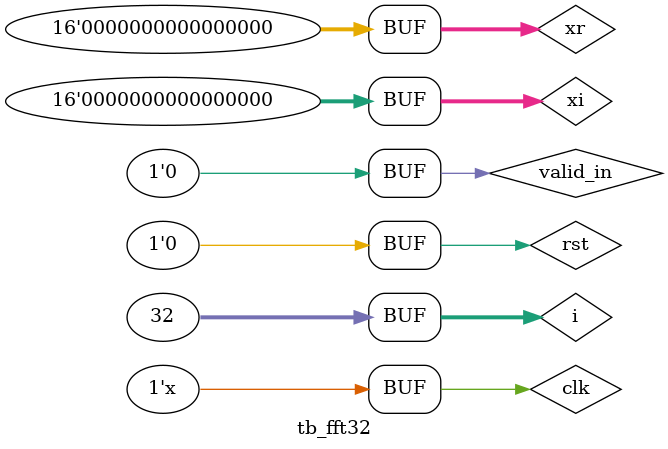
<source format=v>
`timescale 1ns / 1ps


`timescale 1ns/1ps
module tb_fft32;
    reg clk, rst;
    reg signed [15:0] xr, xi;
    reg valid_in;
    wire signed [15:0] yr, yi;
    wire valid_out;

    fft32_radix4 dut (
        .clk(clk), .rst(rst),
        .xr(xr), .xi(xi),
        .valid_in(valid_in),
        .yr(yr), .yi(yi),
        .valid_out(valid_out)
    );

    integer i;
    reg signed [15:0] x_real[0:31];
    reg signed [15:0] x_imag[0:31];

    // Clock
    initial clk = 0;
    always #5 clk = ~clk; // 100 MHz

    // Input data
    initial begin
        rst = 1; valid_in = 0;
        #20 rst = 0;

        // Example: impulse at first sample
        for(i=0;i<32;i=i+1) begin
            if(i==0) begin
                xr = 16'sh7FFF; xi = 16'sh0000;
            end else begin
                xr = 16'sh0000; xi = 16'sh0000;
            end
            valid_in = 1;
            #10;
        end
        valid_in = 0;
    end

    // Monitor output
    initial begin
        $monitor("Time=%0t: yr=%h, yi=%h, valid_out=%b",$time, yr, yi, valid_out);
    end
endmodule
</source>
